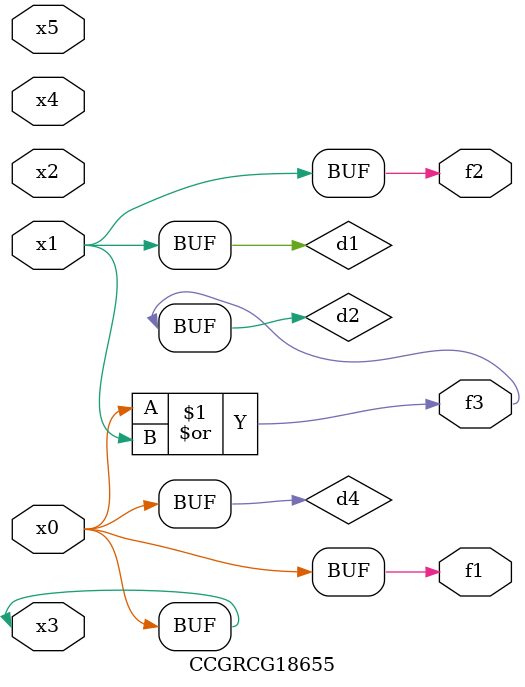
<source format=v>
module CCGRCG18655(
	input x0, x1, x2, x3, x4, x5,
	output f1, f2, f3
);

	wire d1, d2, d3, d4;

	and (d1, x1);
	or (d2, x0, x1);
	nand (d3, x0, x5);
	buf (d4, x0, x3);
	assign f1 = d4;
	assign f2 = d1;
	assign f3 = d2;
endmodule

</source>
